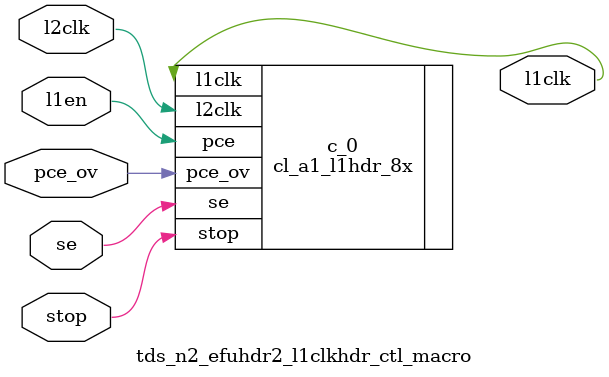
<source format=v>






module tds_n2_efuhdr2_l1clkhdr_ctl_macro (
  l2clk, 
  l1en, 
  pce_ov, 
  stop, 
  se, 
  l1clk);


  input l2clk;
  input l1en;
  input pce_ov;
  input stop;
  input se;
  output l1clk;



 

cl_a1_l1hdr_8x c_0 (


   .l2clk(l2clk),
   .pce(l1en),
   .l1clk(l1clk),
  .se(se),
  .pce_ov(pce_ov),
  .stop(stop)
);



endmodule









</source>
